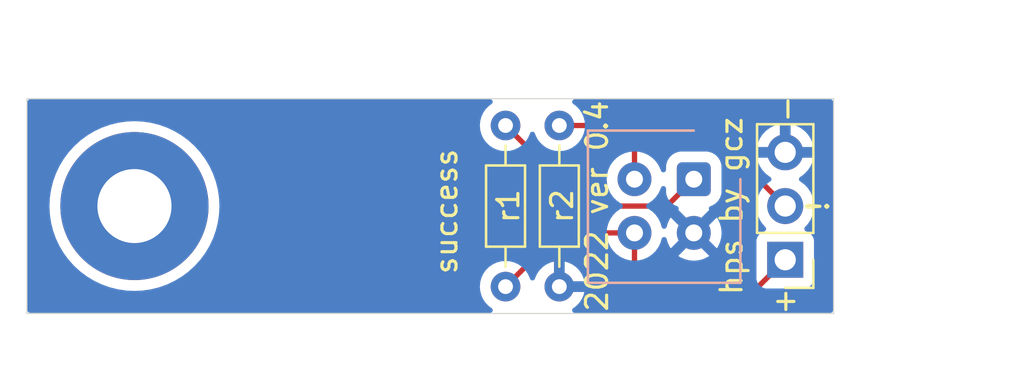
<source format=kicad_pcb>
(kicad_pcb (version 20221018) (generator pcbnew)
  (layers (0 "F.Cu" signal) (31 "B.Cu" signal) (34 "B.Paste" user) (35 "F.Paste" user) (36 "B.SilkS" user "B.Silkscreen") (37 "F.SilkS" user "F.Silkscreen") (38 "B.Mask" user) (39 "F.Mask" user) (44 "Edge.Cuts" user))
  (net 0 "")
  (net 1 "Net-(R1-Pad2)")
  (net 2 "GND")
  (net 3 "Net-(J0-Pad2)")
  (net 4 "Net-(J0-Pad1)")
  (footprint "Resistor_THT:R_Axial_DIN0204_L3.6mm_D1.6mm_P7.62mm_Horizontal" (layer "F.Cu") (at 125.476 93.98 -90)
    (fp_text reference "r2" (at 3.81 -0.127 90) (layer "F.SilkS"))
    (fp_text value "Resistor")
    (fp_line (start 0.94 0) (end 1.89 0) (stroke (width 0.12)) (layer "F.SilkS"))
    (fp_line (start 1.89 -0.92) (end 1.89 0.92) (stroke (width 0.12)) (layer "F.SilkS"))
    (fp_line (start 1.89 0.92) (end 5.73 0.92) (stroke (width 0.12)) (layer "F.SilkS"))
    (fp_line (start 5.73 -0.92) (end 1.89 -0.92) (stroke (width 0.12)) (layer "F.SilkS"))
    (fp_line (start 5.73 0.92) (end 5.73 -0.92) (stroke (width 0.12)) (layer "F.SilkS"))
    (fp_line (start 6.68 0) (end 5.73 0) (stroke (width 0.12)) (layer "F.SilkS"))
    (pad "1" thru_hole circle locked (at 0 0 270) (size 1.4 1.4) (drill 0.7) (layers "*.Cu" "*.Mask") (net 3 "Net-(J0-Pad2)"))
    (pad "2" thru_hole oval locked (at 7.62 0 270) (size 1.4 1.4) (drill 0.7) (layers "*.Cu" "*.Mask") (net 2 "GND"))
  )
  (footprint "Connector_PinHeader_2.54mm:PinHeader_1x03_P2.54mm_Vertical" (layer "F.Cu") (at 136.144 100.33 180)
    (fp_text reference "J0" hide)
    (fp_text value "Conn_01x03_Male")
    (fp_line (start -1.33 -1.33) (end 0 -1.33) (stroke (width 0.12)) (layer "F.SilkS"))
    (fp_line (start -1.33 0) (end -1.33 -1.33) (stroke (width 0.12)) (layer "F.SilkS"))
    (fp_line (start -1.33 1.27) (end -1.33 6.41) (stroke (width 0.12)) (layer "F.SilkS"))
    (fp_line (start -1.33 1.27) (end 1.33 1.27) (stroke (width 0.12)) (layer "F.SilkS"))
    (fp_line (start -1.33 6.41) (end 1.33 6.41) (stroke (width 0.12)) (layer "F.SilkS"))
    (fp_line (start 1.33 1.27) (end 1.33 6.41) (stroke (width 0.12)) (layer "F.SilkS"))
    (pad "1" thru_hole rect (at 0 0 180) (size 1.7 1.7) (drill 1) (layers "*.Cu" "*.Mask") (net 4 "Net-(J0-Pad1)"))
    (pad "2" thru_hole oval (at 0 2.54 180) (size 1.7 1.7) (drill 1) (layers "*.Cu" "*.Mask") (net 3 "Net-(J0-Pad2)"))
    (pad "3" thru_hole oval (at 0 5.08 180) (size 1.7 1.7) (drill 1) (layers "*.Cu" "*.Mask") (net 2 "GND"))
  )
  (footprint "MountingHole:MountingHole_3.5mm_Pad_TopBottom" (layer "F.Cu") (at 105.41 97.79)
    (fp_text reference "H0" hide)
    (fp_text value "MountingHole")
    (pad "1" thru_hole circle (at 0 0) (size 3.9 3.9) (drill 3.5) (layers "*.Cu" "*.Mask"))
    (pad "1" connect circle (at 0 0) (size 7 7) (layers "F.Cu" "F.Mask"))
    (pad "1" connect circle (at 0 0) (size 7 7) (layers "B.Cu" "B.Mask"))
  )
  (footprint "Resistor_THT:R_Axial_DIN0204_L3.6mm_D1.6mm_P7.62mm_Horizontal" (layer "F.Cu") (at 122.936 101.6 90)
    (fp_text reference "r1" (at 3.81 0.127 90) (layer "F.SilkS"))
    (fp_text value "Resistor" hide)
    (fp_line (start 0.94 0) (end 1.89 0) (stroke (width 0.12)) (layer "F.SilkS"))
    (fp_line (start 1.89 -0.92) (end 1.89 0.92) (stroke (width 0.12)) (layer "F.SilkS"))
    (fp_line (start 1.89 0.92) (end 5.73 0.92) (stroke (width 0.12)) (layer "F.SilkS"))
    (fp_line (start 5.73 -0.92) (end 1.89 -0.92) (stroke (width 0.12)) (layer "F.SilkS"))
    (fp_line (start 5.73 0.92) (end 5.73 -0.92) (stroke (width 0.12)) (layer "F.SilkS"))
    (fp_line (start 6.68 0) (end 5.73 0) (stroke (width 0.12)) (layer "F.SilkS"))
    (pad "1" thru_hole circle locked (at 0 0 90) (size 1.4 1.4) (drill 0.7) (layers "*.Cu" "*.Mask") (net 4 "Net-(J0-Pad1)"))
    (pad "2" thru_hole oval locked (at 7.62 0 90) (size 1.4 1.4) (drill 0.7) (layers "*.Cu" "*.Mask") (net 1 "Net-(R1-Pad2)"))
  )
  (footprint "OptoDevice:Vishay_CNY70" (layer "B.Cu") (at 131.826 96.52 180)
    (fp_text reference "U1" hide)
    (fp_text value "CNY70")
    (fp_line (start -2.2 -4.9) (end 5 -4.9) (stroke (width 0.12)) (layer "B.SilkS"))
    (fp_line (start -2.2 0) (end -2.2 -4.9) (stroke (width 0.12)) (layer "B.SilkS"))
    (fp_line (start 5 -4.9) (end 5 2.3) (stroke (width 0.12)) (layer "B.SilkS"))
    (fp_line (start 5 2.3) (end 0 2.3) (stroke (width 0.12)) (layer "B.SilkS"))
    (pad "1" thru_hole roundrect locked (at 0 0 180) (size 1.6 1.6) (drill 0.8) (layers "*.Cu" "*.Mask") (roundrect_rratio 0.156) (net 1 "Net-(R1-Pad2)"))
    (pad "2" thru_hole circle locked (at 0 -2.54 180) (size 1.6 1.6) (drill 0.8) (layers "*.Cu" "*.Mask") (net 2 "GND"))
    (pad "3" thru_hole circle locked (at 2.8 -2.54 180) (size 1.6 1.6) (drill 0.8) (layers "*.Cu" "*.Mask") (net 4 "Net-(J0-Pad1)"))
    (pad "4" thru_hole circle locked (at 2.8 0 180) (size 1.6 1.6) (drill 0.8) (layers "*.Cu" "*.Mask") (net 3 "Net-(J0-Pad2)"))
  )
  (gr_line (start 100.33 102.87) (end 138.43 102.87) (stroke (width 0.05)) (layer "Edge.Cuts"))
  (gr_line (start 138.43 92.71) (end 100.33 92.71) (stroke (width 0.05)) (layer "Edge.Cuts"))
  (gr_line (start 100.33 92.71) (end 100.33 102.87) (stroke (width 0.05)) (layer "Edge.Cuts"))
  (gr_line (start 138.43 92.71) (end 138.43 102.87) (stroke (width 0.05)) (layer "Edge.Cuts"))
  (gr_text "hps by gcz" (at 133.604 97.79 90) (layer "F.SilkS") (effects (font (size 1 1))))
  (gr_text "-" (at 136.2 93.2 90) (layer "F.SilkS") (effects (font (size 1 1))))
  (gr_text "success" (at 120.142 98.044 90) (layer "F.SilkS") (effects (font (size 1 1))))
  (gr_text "!" (at 137.7 97.8 90) (layer "F.SilkS") (effects (font (size 1 1))))
  (gr_text "2022 ver 0.4\n" (at 127.254 97.79 90) (layer "F.SilkS") (effects (font (size 1 1))))
  (gr_text "+" (at 136.1 102.3 90) (layer "F.SilkS") (effects (font (size 1 1))))
  (segment (start 122.936 93.98) (end 126.746 97.79) (width 0.25) (layer "F.Cu") (net 1))
  (segment (start 126.746 97.79) (end 130.556 97.79) (width 0.25) (layer "F.Cu") (net 1))
  (segment (start 130.556 97.79) (end 131.826 96.52) (width 0.25) (layer "F.Cu") (net 1))
  (segment (start 132.334 93.98) (end 130.048 93.98) (width 0.25) (layer "F.Cu") (net 3))
  (segment (start 129.026 95.002) (end 129.026 96.52) (width 0.25) (layer "F.Cu") (net 3))
  (segment (start 136.144 97.79) (end 132.334 93.98) (width 0.25) (layer "F.Cu") (net 3))
  (segment (start 129.032 94.996) (end 128.016 93.98) (width 0.25) (layer "F.Cu") (net 3))
  (segment (start 129.032 94.996) (end 129.026 95.002) (width 0.25) (layer "F.Cu") (net 3))
  (segment (start 128.016 93.98) (end 125.476 93.98) (width 0.25) (layer "F.Cu") (net 3))
  (segment (start 130.048 93.98) (end 129.032 94.996) (width 0.25) (layer "F.Cu") (net 3))
  (segment (start 125.476 99.06) (end 122.936 101.6) (width 0.25) (layer "F.Cu") (net 4))
  (segment (start 134.62 101.854) (end 129.794 101.854) (width 0.25) (layer "F.Cu") (net 4))
  (segment (start 129.794 101.854) (end 129.026 101.086) (width 0.25) (layer "F.Cu") (net 4))
  (segment (start 136.144 100.33) (end 134.62 101.854) (width 0.25) (layer "F.Cu") (net 4))
  (segment (start 129.026 101.086) (end 129.026 99.06) (width 0.25) (layer "F.Cu") (net 4))
  (segment (start 129.026 99.06) (end 125.476 99.06) (width 0.25) (layer "F.Cu") (net 4))
  (zone (net 2) (net_name "GND") (layer "B.Cu") (connect_pads (clearance 0.508)) (min_thickness 0.254) (fill yes (thermal_gap 0.508) (thermal_bridge_width 0.508))
    (polygon (pts (xy 139.7 104.14) (xy 99.06 104.14) (xy 99.06 91.44) (xy 139.7 91.44)))
  )
)
</source>
